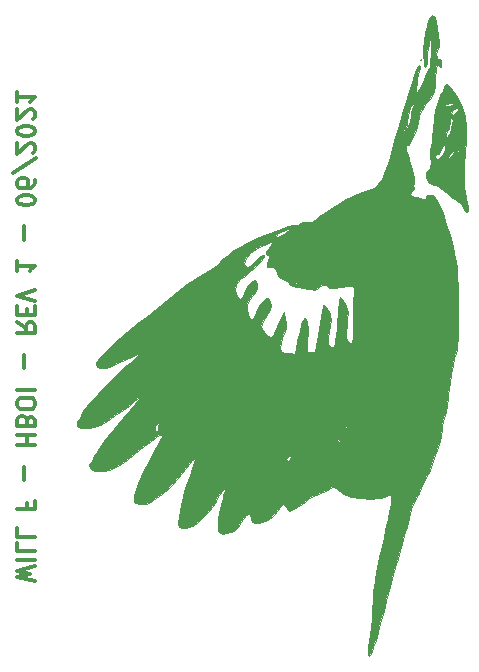
<source format=gbr>
%TF.GenerationSoftware,KiCad,Pcbnew,(5.1.9)-1*%
%TF.CreationDate,2021-06-30T11:02:33-04:00*%
%TF.ProjectId,disco_fish,64697363-6f5f-4666-9973-682e6b696361,rev?*%
%TF.SameCoordinates,Original*%
%TF.FileFunction,Legend,Bot*%
%TF.FilePolarity,Positive*%
%FSLAX46Y46*%
G04 Gerber Fmt 4.6, Leading zero omitted, Abs format (unit mm)*
G04 Created by KiCad (PCBNEW (5.1.9)-1) date 2021-06-30 11:02:33*
%MOMM*%
%LPD*%
G01*
G04 APERTURE LIST*
%ADD10C,0.300000*%
%ADD11C,0.010000*%
G04 APERTURE END LIST*
D10*
X151443428Y-113460000D02*
X149943428Y-113102857D01*
X151014857Y-112817142D01*
X149943428Y-112531428D01*
X151443428Y-112174285D01*
X149943428Y-111602857D02*
X151443428Y-111602857D01*
X149943428Y-110174285D02*
X149943428Y-110888571D01*
X151443428Y-110888571D01*
X149943428Y-108960000D02*
X149943428Y-109674285D01*
X151443428Y-109674285D01*
X150729142Y-106817142D02*
X150729142Y-107317142D01*
X149943428Y-107317142D02*
X151443428Y-107317142D01*
X151443428Y-106602857D01*
X150514857Y-104888571D02*
X150514857Y-103745714D01*
X149943428Y-101888571D02*
X151443428Y-101888571D01*
X150729142Y-101888571D02*
X150729142Y-101031428D01*
X149943428Y-101031428D02*
X151443428Y-101031428D01*
X150729142Y-99817142D02*
X150657714Y-99602857D01*
X150586285Y-99531428D01*
X150443428Y-99460000D01*
X150229142Y-99460000D01*
X150086285Y-99531428D01*
X150014857Y-99602857D01*
X149943428Y-99745714D01*
X149943428Y-100317142D01*
X151443428Y-100317142D01*
X151443428Y-99817142D01*
X151372000Y-99674285D01*
X151300571Y-99602857D01*
X151157714Y-99531428D01*
X151014857Y-99531428D01*
X150872000Y-99602857D01*
X150800571Y-99674285D01*
X150729142Y-99817142D01*
X150729142Y-100317142D01*
X151443428Y-98531428D02*
X151443428Y-98245714D01*
X151372000Y-98102857D01*
X151229142Y-97960000D01*
X150943428Y-97888571D01*
X150443428Y-97888571D01*
X150157714Y-97960000D01*
X150014857Y-98102857D01*
X149943428Y-98245714D01*
X149943428Y-98531428D01*
X150014857Y-98674285D01*
X150157714Y-98817142D01*
X150443428Y-98888571D01*
X150943428Y-98888571D01*
X151229142Y-98817142D01*
X151372000Y-98674285D01*
X151443428Y-98531428D01*
X149943428Y-97245714D02*
X151443428Y-97245714D01*
X150514857Y-95388571D02*
X150514857Y-94245714D01*
X149943428Y-91531428D02*
X150657714Y-92031428D01*
X149943428Y-92388571D02*
X151443428Y-92388571D01*
X151443428Y-91817142D01*
X151372000Y-91674285D01*
X151300571Y-91602857D01*
X151157714Y-91531428D01*
X150943428Y-91531428D01*
X150800571Y-91602857D01*
X150729142Y-91674285D01*
X150657714Y-91817142D01*
X150657714Y-92388571D01*
X150729142Y-90888571D02*
X150729142Y-90388571D01*
X149943428Y-90174285D02*
X149943428Y-90888571D01*
X151443428Y-90888571D01*
X151443428Y-90174285D01*
X151443428Y-89745714D02*
X149943428Y-89245714D01*
X151443428Y-88745714D01*
X149943428Y-86317142D02*
X149943428Y-87174285D01*
X149943428Y-86745714D02*
X151443428Y-86745714D01*
X151229142Y-86888571D01*
X151086285Y-87031428D01*
X151014857Y-87174285D01*
X150514857Y-84531428D02*
X150514857Y-83388571D01*
X151443428Y-81245714D02*
X151443428Y-81102857D01*
X151372000Y-80960000D01*
X151300571Y-80888571D01*
X151157714Y-80817142D01*
X150872000Y-80745714D01*
X150514857Y-80745714D01*
X150229142Y-80817142D01*
X150086285Y-80888571D01*
X150014857Y-80960000D01*
X149943428Y-81102857D01*
X149943428Y-81245714D01*
X150014857Y-81388571D01*
X150086285Y-81460000D01*
X150229142Y-81531428D01*
X150514857Y-81602857D01*
X150872000Y-81602857D01*
X151157714Y-81531428D01*
X151300571Y-81460000D01*
X151372000Y-81388571D01*
X151443428Y-81245714D01*
X151443428Y-79460000D02*
X151443428Y-79745714D01*
X151372000Y-79888571D01*
X151300571Y-79960000D01*
X151086285Y-80102857D01*
X150800571Y-80174285D01*
X150229142Y-80174285D01*
X150086285Y-80102857D01*
X150014857Y-80031428D01*
X149943428Y-79888571D01*
X149943428Y-79602857D01*
X150014857Y-79460000D01*
X150086285Y-79388571D01*
X150229142Y-79317142D01*
X150586285Y-79317142D01*
X150729142Y-79388571D01*
X150800571Y-79460000D01*
X150872000Y-79602857D01*
X150872000Y-79888571D01*
X150800571Y-80031428D01*
X150729142Y-80102857D01*
X150586285Y-80174285D01*
X151514857Y-77602857D02*
X149586285Y-78888571D01*
X151300571Y-77174285D02*
X151372000Y-77102857D01*
X151443428Y-76960000D01*
X151443428Y-76602857D01*
X151372000Y-76460000D01*
X151300571Y-76388571D01*
X151157714Y-76317142D01*
X151014857Y-76317142D01*
X150800571Y-76388571D01*
X149943428Y-77245714D01*
X149943428Y-76317142D01*
X151443428Y-75388571D02*
X151443428Y-75245714D01*
X151372000Y-75102857D01*
X151300571Y-75031428D01*
X151157714Y-74960000D01*
X150872000Y-74888571D01*
X150514857Y-74888571D01*
X150229142Y-74960000D01*
X150086285Y-75031428D01*
X150014857Y-75102857D01*
X149943428Y-75245714D01*
X149943428Y-75388571D01*
X150014857Y-75531428D01*
X150086285Y-75602857D01*
X150229142Y-75674285D01*
X150514857Y-75745714D01*
X150872000Y-75745714D01*
X151157714Y-75674285D01*
X151300571Y-75602857D01*
X151372000Y-75531428D01*
X151443428Y-75388571D01*
X151300571Y-74317142D02*
X151372000Y-74245714D01*
X151443428Y-74102857D01*
X151443428Y-73745714D01*
X151372000Y-73602857D01*
X151300571Y-73531428D01*
X151157714Y-73460000D01*
X151014857Y-73460000D01*
X150800571Y-73531428D01*
X149943428Y-74388571D01*
X149943428Y-73460000D01*
X149943428Y-72031428D02*
X149943428Y-72888571D01*
X149943428Y-72460000D02*
X151443428Y-72460000D01*
X151229142Y-72602857D01*
X151086285Y-72745714D01*
X151014857Y-72888571D01*
D11*
%TO.C,G\u002A\u002A\u002A*%
G36*
X187248775Y-90252720D02*
G01*
X187233600Y-89333951D01*
X187207010Y-88442567D01*
X187169296Y-87618713D01*
X187120749Y-86902537D01*
X187061658Y-86334185D01*
X187026050Y-86106000D01*
X186819594Y-85132949D01*
X186560764Y-84127654D01*
X186270383Y-83158944D01*
X185969276Y-82295646D01*
X185678264Y-81606590D01*
X185643231Y-81535333D01*
X185415647Y-81103592D01*
X185243160Y-80854980D01*
X185078344Y-80740234D01*
X184873774Y-80710093D01*
X184848500Y-80709833D01*
X184580191Y-80741597D01*
X184501357Y-80867170D01*
X184508778Y-80947994D01*
X184497120Y-81116171D01*
X184334818Y-81093285D01*
X184318278Y-81086190D01*
X184037689Y-81003309D01*
X183658151Y-80934625D01*
X183610250Y-80928607D01*
X183257288Y-80832750D01*
X183141439Y-80667683D01*
X183269074Y-80450736D01*
X183396909Y-80348255D01*
X183559980Y-80194144D01*
X183497327Y-80104864D01*
X183492159Y-80102928D01*
X183394332Y-80002597D01*
X183463406Y-79893320D01*
X183523857Y-79686373D01*
X183523918Y-79330077D01*
X183474669Y-78918821D01*
X183387193Y-78546991D01*
X183278160Y-78315496D01*
X183178840Y-78102147D01*
X183084219Y-77756564D01*
X183065306Y-77660500D01*
X182980387Y-77301617D01*
X182883785Y-77045232D01*
X182861250Y-77009848D01*
X182805159Y-76819397D01*
X182848782Y-76617618D01*
X182956902Y-76511702D01*
X183020308Y-76525725D01*
X183123546Y-76496694D01*
X183134000Y-76436572D01*
X183201935Y-76240594D01*
X183372514Y-75938231D01*
X183453819Y-75815654D01*
X183728947Y-75232148D01*
X183873790Y-74522251D01*
X183957775Y-74009042D01*
X184094501Y-73629114D01*
X184335083Y-73261752D01*
X184487898Y-73071923D01*
X184869708Y-72591726D01*
X185108272Y-72216345D01*
X185236315Y-71867429D01*
X185286560Y-71466626D01*
X185293000Y-71144225D01*
X185306730Y-70653716D01*
X185341989Y-70203593D01*
X185372778Y-69990863D01*
X185437692Y-69732521D01*
X185511768Y-69693217D01*
X185622739Y-69816238D01*
X185736938Y-69939603D01*
X185785414Y-69874157D01*
X185796961Y-69614163D01*
X185773362Y-69327144D01*
X185679028Y-69244645D01*
X185610501Y-69260927D01*
X185484243Y-69254574D01*
X185428519Y-69074648D01*
X185420000Y-68840598D01*
X185449673Y-68515548D01*
X185523387Y-68321843D01*
X185547872Y-68304543D01*
X185606615Y-68155208D01*
X185602099Y-67765440D01*
X185548945Y-67246210D01*
X185458284Y-66553512D01*
X185381649Y-66075069D01*
X185307714Y-65772403D01*
X185225153Y-65607040D01*
X185122639Y-65540500D01*
X185044350Y-65532000D01*
X184884020Y-65650794D01*
X184726647Y-65974490D01*
X184581163Y-66454060D01*
X184456500Y-67040477D01*
X184361590Y-67684714D01*
X184305366Y-68337743D01*
X184296762Y-68950536D01*
X184336008Y-69419811D01*
X184399234Y-69767984D01*
X184460283Y-69894915D01*
X184537407Y-69832536D01*
X184554885Y-69802810D01*
X184631175Y-69491030D01*
X184615183Y-69318981D01*
X184600764Y-69081026D01*
X184627568Y-68718068D01*
X184683295Y-68307576D01*
X184755647Y-67927019D01*
X184832325Y-67653867D01*
X184893820Y-67563856D01*
X184925007Y-67681535D01*
X184942532Y-67998233D01*
X184944455Y-68459238D01*
X184937198Y-68785980D01*
X184899801Y-69464237D01*
X184835105Y-69914984D01*
X184739094Y-70163642D01*
X184715138Y-70192005D01*
X184544799Y-70455094D01*
X184449176Y-70716131D01*
X184344337Y-71019652D01*
X184178868Y-71376648D01*
X183994317Y-71710425D01*
X183832235Y-71944290D01*
X183749294Y-72008022D01*
X183712775Y-71895939D01*
X183710634Y-71608665D01*
X183736013Y-71221641D01*
X183782050Y-70810307D01*
X183841886Y-70450101D01*
X183908662Y-70216465D01*
X183913006Y-70207600D01*
X184015218Y-69912250D01*
X183973633Y-69742731D01*
X183909391Y-69723000D01*
X183826396Y-69836307D01*
X183692489Y-70142118D01*
X183528464Y-70589268D01*
X183406144Y-70961250D01*
X182928176Y-72496809D01*
X182503915Y-73893799D01*
X182141157Y-75125824D01*
X181847696Y-76166486D01*
X181661098Y-76870870D01*
X181384527Y-77839319D01*
X181084646Y-78672929D01*
X180774764Y-79343515D01*
X180468191Y-79822895D01*
X180178234Y-80082884D01*
X180135312Y-80101853D01*
X179133983Y-80486827D01*
X178351043Y-80812163D01*
X177761024Y-81089276D01*
X177338458Y-81329585D01*
X177228500Y-81404865D01*
X176821522Y-81684421D01*
X176331673Y-82000160D01*
X176045750Y-82175340D01*
X175640145Y-82435756D01*
X175294914Y-82689442D01*
X175131339Y-82835042D01*
X174853441Y-83021241D01*
X174515417Y-83017034D01*
X174147233Y-83019975D01*
X173978199Y-83135720D01*
X173734899Y-83269475D01*
X173577463Y-83266955D01*
X173301217Y-83278586D01*
X172844391Y-83390657D01*
X172250741Y-83584491D01*
X171564024Y-83841411D01*
X170827997Y-84142741D01*
X170086418Y-84469804D01*
X169383042Y-84803924D01*
X168761627Y-85126424D01*
X168265930Y-85418627D01*
X167939708Y-85661856D01*
X167918511Y-85682348D01*
X167666723Y-85896852D01*
X167431681Y-86065855D01*
X167211639Y-86263063D01*
X167132000Y-86426452D01*
X167027902Y-86561832D01*
X166752363Y-86771164D01*
X166360522Y-87013601D01*
X166274750Y-87061532D01*
X165252205Y-87652317D01*
X164331418Y-88254092D01*
X163438247Y-88920433D01*
X162498551Y-89704917D01*
X161982662Y-90163101D01*
X161586346Y-90499010D01*
X161066861Y-90909568D01*
X160511230Y-91326824D01*
X160268162Y-91501808D01*
X159764765Y-91881312D01*
X159207864Y-92339229D01*
X158630866Y-92843606D01*
X158067178Y-93362492D01*
X157550206Y-93863934D01*
X157113359Y-94315981D01*
X156790043Y-94686680D01*
X156613665Y-94944079D01*
X156591000Y-95018808D01*
X156697308Y-95266239D01*
X156976878Y-95396024D01*
X157370680Y-95393261D01*
X157698069Y-95298289D01*
X158194103Y-95086047D01*
X158803591Y-94811970D01*
X159412944Y-94528096D01*
X159908569Y-94286460D01*
X159924750Y-94278241D01*
X160185784Y-94175328D01*
X160265119Y-94208131D01*
X160173254Y-94346306D01*
X159920691Y-94559509D01*
X159797750Y-94645254D01*
X159438281Y-94920083D01*
X158980695Y-95322161D01*
X158454652Y-95819881D01*
X157889813Y-96381637D01*
X157315839Y-96975820D01*
X156762390Y-97570824D01*
X156259126Y-98135041D01*
X155835708Y-98636865D01*
X155521798Y-99044688D01*
X155347054Y-99326904D01*
X155321000Y-99415804D01*
X155233698Y-99589915D01*
X155130500Y-99695000D01*
X154971992Y-99939378D01*
X154955667Y-100216825D01*
X155073602Y-100397580D01*
X155414087Y-100490821D01*
X155893377Y-100478364D01*
X156424445Y-100370766D01*
X156920264Y-100178585D01*
X156932930Y-100172018D01*
X157521016Y-99835484D01*
X158196485Y-99404159D01*
X158875484Y-98935337D01*
X159474159Y-98486314D01*
X159809044Y-98206859D01*
X160144677Y-97923829D01*
X160316194Y-97819060D01*
X160329215Y-97881857D01*
X160189362Y-98101520D01*
X159902254Y-98467355D01*
X159473512Y-98968662D01*
X159314729Y-99147658D01*
X158864227Y-99652939D01*
X158445361Y-100124892D01*
X158103047Y-100512771D01*
X157882200Y-100765832D01*
X157872404Y-100777239D01*
X157587248Y-101134811D01*
X157266653Y-101575074D01*
X156946258Y-102043847D01*
X156661698Y-102486945D01*
X156448609Y-102850188D01*
X156342630Y-103079392D01*
X156337000Y-103111689D01*
X156245214Y-103324365D01*
X156114750Y-103459334D01*
X155979796Y-103591900D01*
X156011146Y-103715736D01*
X156210000Y-103900510D01*
X156454827Y-104062441D01*
X156737835Y-104123112D01*
X157161124Y-104103481D01*
X157186334Y-104100919D01*
X157730370Y-103987776D01*
X158305782Y-103745814D01*
X158951809Y-103353755D01*
X159707691Y-102790320D01*
X159921367Y-102617785D01*
X160666959Y-102014782D01*
X161241028Y-101567077D01*
X161662269Y-101261644D01*
X161684315Y-101248116D01*
X161684315Y-100782730D01*
X161589246Y-100598071D01*
X161605080Y-100322876D01*
X161720929Y-100089504D01*
X161743031Y-100068920D01*
X161889139Y-99985025D01*
X161923266Y-100092200D01*
X161887875Y-100384104D01*
X161808467Y-100644972D01*
X161716934Y-100782645D01*
X161684315Y-100782730D01*
X161684315Y-101248116D01*
X161949380Y-101085459D01*
X162121057Y-101025499D01*
X162180813Y-101043863D01*
X162175340Y-101202705D01*
X162043683Y-101507974D01*
X161841229Y-101854000D01*
X161501087Y-102432935D01*
X161087720Y-103224240D01*
X160614343Y-104201446D01*
X160094169Y-105338084D01*
X160030201Y-105481752D01*
X159874690Y-105916532D01*
X159790891Y-106321332D01*
X159787047Y-106497752D01*
X159838239Y-106733001D01*
X159971072Y-106849869D01*
X160260989Y-106900593D01*
X160382723Y-106910211D01*
X160825697Y-106894617D01*
X161221676Y-106747761D01*
X161462136Y-106601706D01*
X162212075Y-106023359D01*
X163008798Y-105261214D01*
X163801352Y-104365915D01*
X164130553Y-103949500D01*
X164496581Y-103492210D01*
X164763956Y-103205507D01*
X164916237Y-103105904D01*
X164944253Y-103132292D01*
X164917108Y-103330056D01*
X164813098Y-103702359D01*
X164650527Y-104188245D01*
X164524730Y-104529292D01*
X164308048Y-105155616D01*
X164089014Y-105890480D01*
X163884479Y-106665552D01*
X163711294Y-107412496D01*
X163586308Y-108062978D01*
X163526374Y-108548664D01*
X163524627Y-108585000D01*
X163612046Y-108838424D01*
X163869921Y-108952765D01*
X164254758Y-108925841D01*
X164723063Y-108755468D01*
X164910581Y-108654582D01*
X165249967Y-108403000D01*
X165654906Y-108027363D01*
X166066210Y-107591962D01*
X166424691Y-107161086D01*
X166671163Y-106799028D01*
X166727976Y-106680489D01*
X166852473Y-106419366D01*
X167032953Y-106114639D01*
X167228373Y-105825278D01*
X167397688Y-105610255D01*
X167499853Y-105528543D01*
X167513000Y-105552586D01*
X167478366Y-105777230D01*
X167389504Y-106146230D01*
X167313735Y-106415900D01*
X167071577Y-107335210D01*
X166928332Y-108117556D01*
X166886621Y-108736637D01*
X166949066Y-109166154D01*
X167025379Y-109308055D01*
X167265350Y-109418387D01*
X167625273Y-109395798D01*
X168028723Y-109268458D01*
X168399272Y-109064541D01*
X168660494Y-108812216D01*
X168724768Y-108681643D01*
X168851703Y-108431277D01*
X169067392Y-108134038D01*
X169306321Y-107867905D01*
X169502972Y-107710857D01*
X169552886Y-107696000D01*
X169635760Y-107805576D01*
X169715059Y-108070187D01*
X169717050Y-108079998D01*
X169832736Y-108395730D01*
X170048211Y-108536979D01*
X170411786Y-108523269D01*
X170666647Y-108463750D01*
X171166070Y-108231294D01*
X171687719Y-107788547D01*
X172198498Y-107189912D01*
X172440463Y-106874324D01*
X172686053Y-107177615D01*
X172892982Y-107433161D01*
X172892982Y-103226252D01*
X172763364Y-103217720D01*
X172720000Y-103074088D01*
X172822442Y-102878030D01*
X172910500Y-102824074D01*
X173070242Y-102784387D01*
X173080964Y-102888097D01*
X173023913Y-103050113D01*
X172892982Y-103226252D01*
X172892982Y-107433161D01*
X172931644Y-107480907D01*
X173406566Y-107222422D01*
X173406566Y-94170500D01*
X172909799Y-94139480D01*
X172485031Y-94082699D01*
X172238534Y-93951292D01*
X172154806Y-93706423D01*
X172218345Y-93309255D01*
X172380231Y-92812727D01*
X172557622Y-92277570D01*
X172642000Y-91876724D01*
X172647794Y-91514342D01*
X172615548Y-91249500D01*
X172516159Y-90614500D01*
X172221824Y-91179095D01*
X172006935Y-91640920D01*
X171822815Y-92118390D01*
X171778613Y-92257892D01*
X171610495Y-92650269D01*
X171400864Y-92793190D01*
X171142321Y-92687812D01*
X170875039Y-92399251D01*
X170666312Y-92098921D01*
X170601575Y-91882637D01*
X170657772Y-91643103D01*
X170693415Y-91553930D01*
X170875650Y-91185115D01*
X171116762Y-90778514D01*
X171164982Y-90705719D01*
X171361124Y-90361977D01*
X171405578Y-90081052D01*
X171362024Y-89862128D01*
X171230982Y-89580625D01*
X171069005Y-89439340D01*
X171064497Y-89438390D01*
X170898014Y-89520632D01*
X170671200Y-89770043D01*
X170428244Y-90122291D01*
X170213331Y-90513046D01*
X170070651Y-90877975D01*
X170067340Y-90890118D01*
X169930123Y-91199300D01*
X169760826Y-91259710D01*
X169574922Y-91072088D01*
X169470453Y-90861649D01*
X169344415Y-90404108D01*
X169392932Y-89981991D01*
X169631561Y-89526685D01*
X169834575Y-89255735D01*
X170103972Y-88856906D01*
X170201040Y-88515727D01*
X170197215Y-88350193D01*
X170152292Y-88024150D01*
X170070931Y-87914271D01*
X169895344Y-87983616D01*
X169759548Y-88070423D01*
X169527132Y-88306327D01*
X169285490Y-88677824D01*
X169173498Y-88906070D01*
X169006572Y-89255432D01*
X168865553Y-89483792D01*
X168804870Y-89535000D01*
X168588059Y-89418894D01*
X168445969Y-89104022D01*
X168402000Y-88701710D01*
X168410472Y-88470463D01*
X168458225Y-88282381D01*
X168578770Y-88095527D01*
X168805615Y-87867967D01*
X169172268Y-87557765D01*
X169576750Y-87231556D01*
X170173924Y-86728567D01*
X170576337Y-86334460D01*
X170774296Y-86059068D01*
X170792788Y-85998270D01*
X170806634Y-85802940D01*
X170725429Y-85787498D01*
X170520860Y-85911874D01*
X170226614Y-86151165D01*
X169918879Y-86466612D01*
X169883171Y-86508766D01*
X169604461Y-86755228D01*
X169357747Y-86824552D01*
X169196939Y-86713782D01*
X169164000Y-86548180D01*
X169280097Y-86094584D01*
X169633306Y-85668114D01*
X170231006Y-85260667D01*
X170434123Y-85153439D01*
X170859645Y-84943171D01*
X171191691Y-84786611D01*
X171370513Y-84711733D01*
X171383330Y-84709000D01*
X171458328Y-84794862D01*
X171405978Y-84994639D01*
X171254704Y-85221618D01*
X171196000Y-85280500D01*
X170994575Y-85533380D01*
X170954122Y-85744182D01*
X171082703Y-85849235D01*
X171123635Y-85852000D01*
X171235337Y-85902392D01*
X171230748Y-86093999D01*
X171187135Y-86263912D01*
X171092082Y-86631961D01*
X171080433Y-86811855D01*
X171150207Y-86854659D01*
X171164250Y-86852961D01*
X171563796Y-86848491D01*
X171740343Y-86971784D01*
X171740343Y-84318689D01*
X171741451Y-84250617D01*
X171806088Y-84167518D01*
X172027331Y-83983232D01*
X172357801Y-83787141D01*
X172414067Y-83759524D01*
X172735928Y-83634293D01*
X172970442Y-83591055D01*
X173000525Y-83596009D01*
X172992924Y-83675606D01*
X172816823Y-83823440D01*
X172533865Y-84000269D01*
X172205692Y-84166851D01*
X171942928Y-84269284D01*
X171740343Y-84318689D01*
X171740343Y-86971784D01*
X171797643Y-87011801D01*
X171902276Y-87309284D01*
X172000356Y-87623856D01*
X172191753Y-87775443D01*
X172389890Y-87826514D01*
X172749423Y-87979413D01*
X172916109Y-88178980D01*
X173062021Y-88364693D01*
X173340828Y-88475977D01*
X173545500Y-88508796D01*
X173545500Y-88265000D01*
X173482000Y-88201500D01*
X173545500Y-88138000D01*
X173609000Y-88201500D01*
X173545500Y-88265000D01*
X173545500Y-88508796D01*
X173672500Y-88529161D01*
X174160521Y-88594906D01*
X174631653Y-88672502D01*
X174771849Y-88699812D01*
X175126774Y-88738269D01*
X175370179Y-88647423D01*
X175492674Y-88540327D01*
X175744068Y-88388970D01*
X176018622Y-88351895D01*
X176223585Y-88427907D01*
X176276000Y-88550430D01*
X176388753Y-88619497D01*
X176701019Y-88598051D01*
X176752250Y-88588829D01*
X177314985Y-88499774D01*
X177815592Y-88452506D01*
X178205615Y-88447909D01*
X178436597Y-88486867D01*
X178470087Y-88557479D01*
X178438085Y-88728865D01*
X178410420Y-89110049D01*
X178388911Y-89656843D01*
X178375376Y-90325056D01*
X178371500Y-90952748D01*
X178366154Y-91684486D01*
X178351321Y-92327692D01*
X178328809Y-92839495D01*
X178300425Y-93177021D01*
X178272723Y-93295192D01*
X178123858Y-93289372D01*
X177924302Y-93144747D01*
X177806677Y-93007477D01*
X177743857Y-92848461D01*
X177731159Y-92607117D01*
X177763898Y-92222863D01*
X177818715Y-91779151D01*
X177885743Y-91163125D01*
X177898319Y-90719413D01*
X177855422Y-90372009D01*
X177796958Y-90160781D01*
X177634173Y-89780049D01*
X177450100Y-89512177D01*
X177285347Y-89408732D01*
X177224201Y-89433467D01*
X177193088Y-89575805D01*
X177150165Y-89924004D01*
X177100417Y-90430480D01*
X177048829Y-91047650D01*
X177032706Y-91261314D01*
X176970184Y-92084907D01*
X176916715Y-92688870D01*
X176865109Y-93107054D01*
X176808175Y-93373308D01*
X176738723Y-93521483D01*
X176649563Y-93585429D01*
X176536139Y-93599000D01*
X176315909Y-93518372D01*
X176215160Y-93263937D01*
X176231180Y-92816869D01*
X176340848Y-92244281D01*
X176447756Y-91713380D01*
X176475335Y-91322191D01*
X176427361Y-90970409D01*
X176393735Y-90839164D01*
X176257119Y-90473174D01*
X176089607Y-90187705D01*
X175932104Y-90041198D01*
X175846009Y-90056653D01*
X175812534Y-90192783D01*
X175748065Y-90536071D01*
X175660297Y-91042639D01*
X175556929Y-91668609D01*
X175491926Y-92075000D01*
X175180697Y-94043500D01*
X174807599Y-94043500D01*
X174650621Y-94046274D01*
X174545459Y-94027226D01*
X174484733Y-93945304D01*
X174461067Y-93759457D01*
X174467083Y-93428632D01*
X174495405Y-92911778D01*
X174522316Y-92456000D01*
X174518780Y-91965593D01*
X174458726Y-91548792D01*
X174355898Y-91268928D01*
X174246679Y-91186000D01*
X174167118Y-91241692D01*
X174077252Y-91428068D01*
X173968078Y-91774081D01*
X173830598Y-92308684D01*
X173655809Y-93060830D01*
X173634724Y-93154500D01*
X173406566Y-94170500D01*
X173406566Y-107222422D01*
X173594110Y-107120347D01*
X174010963Y-106873517D01*
X174374117Y-106624587D01*
X174536039Y-106490859D01*
X174832791Y-106286282D01*
X175240659Y-106096708D01*
X175387000Y-106046301D01*
X175818298Y-105885811D01*
X176203536Y-105697560D01*
X176295606Y-105640336D01*
X176572826Y-105464277D01*
X176749454Y-105440321D01*
X176935366Y-105578376D01*
X177064611Y-105709679D01*
X177213752Y-105813379D01*
X177213752Y-101683846D01*
X177165000Y-101663500D01*
X177042742Y-101495262D01*
X177038000Y-101458010D01*
X177116249Y-101389155D01*
X177165000Y-101409500D01*
X177287259Y-101577739D01*
X177292000Y-101614991D01*
X177213752Y-101683846D01*
X177213752Y-105813379D01*
X177531220Y-106034122D01*
X177807496Y-106133339D01*
X177807496Y-100584000D01*
X177678169Y-100491810D01*
X177673000Y-100457000D01*
X177716331Y-100333302D01*
X177729005Y-100330000D01*
X177837434Y-100418994D01*
X177863500Y-100457000D01*
X177853431Y-100574029D01*
X177807496Y-100584000D01*
X177807496Y-106133339D01*
X178194928Y-106272477D01*
X179009809Y-106412504D01*
X179822220Y-106444560D01*
X180547615Y-106402916D01*
X181029511Y-106306997D01*
X181183002Y-106235712D01*
X181419912Y-106095028D01*
X181542032Y-106045000D01*
X181600982Y-106158171D01*
X181607408Y-106455490D01*
X181566153Y-106873668D01*
X181482059Y-107349417D01*
X181423243Y-107597645D01*
X181299704Y-108126813D01*
X181174766Y-108748264D01*
X181099591Y-109180077D01*
X180986586Y-109778258D01*
X180838452Y-110414862D01*
X180730002Y-110807500D01*
X180582125Y-111364296D01*
X180457378Y-111958492D01*
X180408523Y-112268000D01*
X180330392Y-112777902D01*
X180233012Y-113278146D01*
X180186305Y-113474500D01*
X180121340Y-113838856D01*
X180065817Y-114361526D01*
X180029189Y-114946826D01*
X180023163Y-115125500D01*
X179990608Y-115824122D01*
X179932561Y-116598004D01*
X179860991Y-117290235D01*
X179853671Y-117348000D01*
X179775794Y-117950089D01*
X179698167Y-118551364D01*
X179635796Y-119035562D01*
X179628254Y-119094250D01*
X179590066Y-119490388D01*
X179612662Y-119693557D01*
X179704821Y-119759409D01*
X179733461Y-119761000D01*
X179828753Y-119686372D01*
X179945644Y-119447710D01*
X180091933Y-119022853D01*
X180275417Y-118389638D01*
X180459652Y-117697251D01*
X180658523Y-116934501D01*
X180854832Y-116188464D01*
X181031428Y-115523848D01*
X181171157Y-115005361D01*
X181225500Y-114808000D01*
X181391919Y-114204975D01*
X181572261Y-113541081D01*
X181675093Y-113157000D01*
X181836654Y-112569520D01*
X182018858Y-111937659D01*
X182129703Y-111569500D01*
X182251688Y-111153248D01*
X182415204Y-110565275D01*
X182599880Y-109880200D01*
X182679531Y-109576320D01*
X182679531Y-75729759D01*
X182645003Y-75691635D01*
X182641417Y-75628500D01*
X182697348Y-75325407D01*
X182807287Y-75063399D01*
X182914774Y-74781059D01*
X182918802Y-74593934D01*
X182914560Y-74381536D01*
X182979355Y-74043247D01*
X183088265Y-73659462D01*
X183216371Y-73310575D01*
X183338752Y-73076980D01*
X183405136Y-73025000D01*
X183482318Y-73119119D01*
X183455847Y-73247250D01*
X183384808Y-73493666D01*
X183295691Y-73886064D01*
X183240026Y-74168000D01*
X183146780Y-74582563D01*
X183045398Y-74902157D01*
X182986455Y-75017131D01*
X182859513Y-75245814D01*
X182755105Y-75525131D01*
X182679531Y-75729759D01*
X182679531Y-109576320D01*
X182785340Y-109172643D01*
X182805851Y-109093000D01*
X183071553Y-108100165D01*
X183302090Y-107332278D01*
X183506295Y-106764127D01*
X183692999Y-106370500D01*
X183829092Y-106172000D01*
X183969850Y-105931412D01*
X184117385Y-105571874D01*
X184150001Y-105473500D01*
X184291059Y-105102962D01*
X184442480Y-104817627D01*
X184476357Y-104772957D01*
X184563454Y-104640128D01*
X184679026Y-104399211D01*
X184834323Y-104021960D01*
X185040593Y-103480132D01*
X185309083Y-102745483D01*
X185537708Y-102108000D01*
X185806462Y-101214211D01*
X185919711Y-100461523D01*
X185924971Y-100294171D01*
X185980300Y-99841420D01*
X186111100Y-99380711D01*
X186126919Y-99341671D01*
X186225303Y-99007681D01*
X186324039Y-98503871D01*
X186408034Y-97913952D01*
X186441007Y-97599500D01*
X186538135Y-96695588D01*
X186657361Y-95850469D01*
X186790121Y-95110868D01*
X186927851Y-94523505D01*
X187061989Y-94135102D01*
X187083845Y-94092173D01*
X187143260Y-93852183D01*
X187189517Y-93398697D01*
X187222906Y-92771861D01*
X187243718Y-92011821D01*
X187252244Y-91158725D01*
X187248775Y-90252720D01*
G37*
X187248775Y-90252720D02*
X187233600Y-89333951D01*
X187207010Y-88442567D01*
X187169296Y-87618713D01*
X187120749Y-86902537D01*
X187061658Y-86334185D01*
X187026050Y-86106000D01*
X186819594Y-85132949D01*
X186560764Y-84127654D01*
X186270383Y-83158944D01*
X185969276Y-82295646D01*
X185678264Y-81606590D01*
X185643231Y-81535333D01*
X185415647Y-81103592D01*
X185243160Y-80854980D01*
X185078344Y-80740234D01*
X184873774Y-80710093D01*
X184848500Y-80709833D01*
X184580191Y-80741597D01*
X184501357Y-80867170D01*
X184508778Y-80947994D01*
X184497120Y-81116171D01*
X184334818Y-81093285D01*
X184318278Y-81086190D01*
X184037689Y-81003309D01*
X183658151Y-80934625D01*
X183610250Y-80928607D01*
X183257288Y-80832750D01*
X183141439Y-80667683D01*
X183269074Y-80450736D01*
X183396909Y-80348255D01*
X183559980Y-80194144D01*
X183497327Y-80104864D01*
X183492159Y-80102928D01*
X183394332Y-80002597D01*
X183463406Y-79893320D01*
X183523857Y-79686373D01*
X183523918Y-79330077D01*
X183474669Y-78918821D01*
X183387193Y-78546991D01*
X183278160Y-78315496D01*
X183178840Y-78102147D01*
X183084219Y-77756564D01*
X183065306Y-77660500D01*
X182980387Y-77301617D01*
X182883785Y-77045232D01*
X182861250Y-77009848D01*
X182805159Y-76819397D01*
X182848782Y-76617618D01*
X182956902Y-76511702D01*
X183020308Y-76525725D01*
X183123546Y-76496694D01*
X183134000Y-76436572D01*
X183201935Y-76240594D01*
X183372514Y-75938231D01*
X183453819Y-75815654D01*
X183728947Y-75232148D01*
X183873790Y-74522251D01*
X183957775Y-74009042D01*
X184094501Y-73629114D01*
X184335083Y-73261752D01*
X184487898Y-73071923D01*
X184869708Y-72591726D01*
X185108272Y-72216345D01*
X185236315Y-71867429D01*
X185286560Y-71466626D01*
X185293000Y-71144225D01*
X185306730Y-70653716D01*
X185341989Y-70203593D01*
X185372778Y-69990863D01*
X185437692Y-69732521D01*
X185511768Y-69693217D01*
X185622739Y-69816238D01*
X185736938Y-69939603D01*
X185785414Y-69874157D01*
X185796961Y-69614163D01*
X185773362Y-69327144D01*
X185679028Y-69244645D01*
X185610501Y-69260927D01*
X185484243Y-69254574D01*
X185428519Y-69074648D01*
X185420000Y-68840598D01*
X185449673Y-68515548D01*
X185523387Y-68321843D01*
X185547872Y-68304543D01*
X185606615Y-68155208D01*
X185602099Y-67765440D01*
X185548945Y-67246210D01*
X185458284Y-66553512D01*
X185381649Y-66075069D01*
X185307714Y-65772403D01*
X185225153Y-65607040D01*
X185122639Y-65540500D01*
X185044350Y-65532000D01*
X184884020Y-65650794D01*
X184726647Y-65974490D01*
X184581163Y-66454060D01*
X184456500Y-67040477D01*
X184361590Y-67684714D01*
X184305366Y-68337743D01*
X184296762Y-68950536D01*
X184336008Y-69419811D01*
X184399234Y-69767984D01*
X184460283Y-69894915D01*
X184537407Y-69832536D01*
X184554885Y-69802810D01*
X184631175Y-69491030D01*
X184615183Y-69318981D01*
X184600764Y-69081026D01*
X184627568Y-68718068D01*
X184683295Y-68307576D01*
X184755647Y-67927019D01*
X184832325Y-67653867D01*
X184893820Y-67563856D01*
X184925007Y-67681535D01*
X184942532Y-67998233D01*
X184944455Y-68459238D01*
X184937198Y-68785980D01*
X184899801Y-69464237D01*
X184835105Y-69914984D01*
X184739094Y-70163642D01*
X184715138Y-70192005D01*
X184544799Y-70455094D01*
X184449176Y-70716131D01*
X184344337Y-71019652D01*
X184178868Y-71376648D01*
X183994317Y-71710425D01*
X183832235Y-71944290D01*
X183749294Y-72008022D01*
X183712775Y-71895939D01*
X183710634Y-71608665D01*
X183736013Y-71221641D01*
X183782050Y-70810307D01*
X183841886Y-70450101D01*
X183908662Y-70216465D01*
X183913006Y-70207600D01*
X184015218Y-69912250D01*
X183973633Y-69742731D01*
X183909391Y-69723000D01*
X183826396Y-69836307D01*
X183692489Y-70142118D01*
X183528464Y-70589268D01*
X183406144Y-70961250D01*
X182928176Y-72496809D01*
X182503915Y-73893799D01*
X182141157Y-75125824D01*
X181847696Y-76166486D01*
X181661098Y-76870870D01*
X181384527Y-77839319D01*
X181084646Y-78672929D01*
X180774764Y-79343515D01*
X180468191Y-79822895D01*
X180178234Y-80082884D01*
X180135312Y-80101853D01*
X179133983Y-80486827D01*
X178351043Y-80812163D01*
X177761024Y-81089276D01*
X177338458Y-81329585D01*
X177228500Y-81404865D01*
X176821522Y-81684421D01*
X176331673Y-82000160D01*
X176045750Y-82175340D01*
X175640145Y-82435756D01*
X175294914Y-82689442D01*
X175131339Y-82835042D01*
X174853441Y-83021241D01*
X174515417Y-83017034D01*
X174147233Y-83019975D01*
X173978199Y-83135720D01*
X173734899Y-83269475D01*
X173577463Y-83266955D01*
X173301217Y-83278586D01*
X172844391Y-83390657D01*
X172250741Y-83584491D01*
X171564024Y-83841411D01*
X170827997Y-84142741D01*
X170086418Y-84469804D01*
X169383042Y-84803924D01*
X168761627Y-85126424D01*
X168265930Y-85418627D01*
X167939708Y-85661856D01*
X167918511Y-85682348D01*
X167666723Y-85896852D01*
X167431681Y-86065855D01*
X167211639Y-86263063D01*
X167132000Y-86426452D01*
X167027902Y-86561832D01*
X166752363Y-86771164D01*
X166360522Y-87013601D01*
X166274750Y-87061532D01*
X165252205Y-87652317D01*
X164331418Y-88254092D01*
X163438247Y-88920433D01*
X162498551Y-89704917D01*
X161982662Y-90163101D01*
X161586346Y-90499010D01*
X161066861Y-90909568D01*
X160511230Y-91326824D01*
X160268162Y-91501808D01*
X159764765Y-91881312D01*
X159207864Y-92339229D01*
X158630866Y-92843606D01*
X158067178Y-93362492D01*
X157550206Y-93863934D01*
X157113359Y-94315981D01*
X156790043Y-94686680D01*
X156613665Y-94944079D01*
X156591000Y-95018808D01*
X156697308Y-95266239D01*
X156976878Y-95396024D01*
X157370680Y-95393261D01*
X157698069Y-95298289D01*
X158194103Y-95086047D01*
X158803591Y-94811970D01*
X159412944Y-94528096D01*
X159908569Y-94286460D01*
X159924750Y-94278241D01*
X160185784Y-94175328D01*
X160265119Y-94208131D01*
X160173254Y-94346306D01*
X159920691Y-94559509D01*
X159797750Y-94645254D01*
X159438281Y-94920083D01*
X158980695Y-95322161D01*
X158454652Y-95819881D01*
X157889813Y-96381637D01*
X157315839Y-96975820D01*
X156762390Y-97570824D01*
X156259126Y-98135041D01*
X155835708Y-98636865D01*
X155521798Y-99044688D01*
X155347054Y-99326904D01*
X155321000Y-99415804D01*
X155233698Y-99589915D01*
X155130500Y-99695000D01*
X154971992Y-99939378D01*
X154955667Y-100216825D01*
X155073602Y-100397580D01*
X155414087Y-100490821D01*
X155893377Y-100478364D01*
X156424445Y-100370766D01*
X156920264Y-100178585D01*
X156932930Y-100172018D01*
X157521016Y-99835484D01*
X158196485Y-99404159D01*
X158875484Y-98935337D01*
X159474159Y-98486314D01*
X159809044Y-98206859D01*
X160144677Y-97923829D01*
X160316194Y-97819060D01*
X160329215Y-97881857D01*
X160189362Y-98101520D01*
X159902254Y-98467355D01*
X159473512Y-98968662D01*
X159314729Y-99147658D01*
X158864227Y-99652939D01*
X158445361Y-100124892D01*
X158103047Y-100512771D01*
X157882200Y-100765832D01*
X157872404Y-100777239D01*
X157587248Y-101134811D01*
X157266653Y-101575074D01*
X156946258Y-102043847D01*
X156661698Y-102486945D01*
X156448609Y-102850188D01*
X156342630Y-103079392D01*
X156337000Y-103111689D01*
X156245214Y-103324365D01*
X156114750Y-103459334D01*
X155979796Y-103591900D01*
X156011146Y-103715736D01*
X156210000Y-103900510D01*
X156454827Y-104062441D01*
X156737835Y-104123112D01*
X157161124Y-104103481D01*
X157186334Y-104100919D01*
X157730370Y-103987776D01*
X158305782Y-103745814D01*
X158951809Y-103353755D01*
X159707691Y-102790320D01*
X159921367Y-102617785D01*
X160666959Y-102014782D01*
X161241028Y-101567077D01*
X161662269Y-101261644D01*
X161684315Y-101248116D01*
X161684315Y-100782730D01*
X161589246Y-100598071D01*
X161605080Y-100322876D01*
X161720929Y-100089504D01*
X161743031Y-100068920D01*
X161889139Y-99985025D01*
X161923266Y-100092200D01*
X161887875Y-100384104D01*
X161808467Y-100644972D01*
X161716934Y-100782645D01*
X161684315Y-100782730D01*
X161684315Y-101248116D01*
X161949380Y-101085459D01*
X162121057Y-101025499D01*
X162180813Y-101043863D01*
X162175340Y-101202705D01*
X162043683Y-101507974D01*
X161841229Y-101854000D01*
X161501087Y-102432935D01*
X161087720Y-103224240D01*
X160614343Y-104201446D01*
X160094169Y-105338084D01*
X160030201Y-105481752D01*
X159874690Y-105916532D01*
X159790891Y-106321332D01*
X159787047Y-106497752D01*
X159838239Y-106733001D01*
X159971072Y-106849869D01*
X160260989Y-106900593D01*
X160382723Y-106910211D01*
X160825697Y-106894617D01*
X161221676Y-106747761D01*
X161462136Y-106601706D01*
X162212075Y-106023359D01*
X163008798Y-105261214D01*
X163801352Y-104365915D01*
X164130553Y-103949500D01*
X164496581Y-103492210D01*
X164763956Y-103205507D01*
X164916237Y-103105904D01*
X164944253Y-103132292D01*
X164917108Y-103330056D01*
X164813098Y-103702359D01*
X164650527Y-104188245D01*
X164524730Y-104529292D01*
X164308048Y-105155616D01*
X164089014Y-105890480D01*
X163884479Y-106665552D01*
X163711294Y-107412496D01*
X163586308Y-108062978D01*
X163526374Y-108548664D01*
X163524627Y-108585000D01*
X163612046Y-108838424D01*
X163869921Y-108952765D01*
X164254758Y-108925841D01*
X164723063Y-108755468D01*
X164910581Y-108654582D01*
X165249967Y-108403000D01*
X165654906Y-108027363D01*
X166066210Y-107591962D01*
X166424691Y-107161086D01*
X166671163Y-106799028D01*
X166727976Y-106680489D01*
X166852473Y-106419366D01*
X167032953Y-106114639D01*
X167228373Y-105825278D01*
X167397688Y-105610255D01*
X167499853Y-105528543D01*
X167513000Y-105552586D01*
X167478366Y-105777230D01*
X167389504Y-106146230D01*
X167313735Y-106415900D01*
X167071577Y-107335210D01*
X166928332Y-108117556D01*
X166886621Y-108736637D01*
X166949066Y-109166154D01*
X167025379Y-109308055D01*
X167265350Y-109418387D01*
X167625273Y-109395798D01*
X168028723Y-109268458D01*
X168399272Y-109064541D01*
X168660494Y-108812216D01*
X168724768Y-108681643D01*
X168851703Y-108431277D01*
X169067392Y-108134038D01*
X169306321Y-107867905D01*
X169502972Y-107710857D01*
X169552886Y-107696000D01*
X169635760Y-107805576D01*
X169715059Y-108070187D01*
X169717050Y-108079998D01*
X169832736Y-108395730D01*
X170048211Y-108536979D01*
X170411786Y-108523269D01*
X170666647Y-108463750D01*
X171166070Y-108231294D01*
X171687719Y-107788547D01*
X172198498Y-107189912D01*
X172440463Y-106874324D01*
X172686053Y-107177615D01*
X172892982Y-107433161D01*
X172892982Y-103226252D01*
X172763364Y-103217720D01*
X172720000Y-103074088D01*
X172822442Y-102878030D01*
X172910500Y-102824074D01*
X173070242Y-102784387D01*
X173080964Y-102888097D01*
X173023913Y-103050113D01*
X172892982Y-103226252D01*
X172892982Y-107433161D01*
X172931644Y-107480907D01*
X173406566Y-107222422D01*
X173406566Y-94170500D01*
X172909799Y-94139480D01*
X172485031Y-94082699D01*
X172238534Y-93951292D01*
X172154806Y-93706423D01*
X172218345Y-93309255D01*
X172380231Y-92812727D01*
X172557622Y-92277570D01*
X172642000Y-91876724D01*
X172647794Y-91514342D01*
X172615548Y-91249500D01*
X172516159Y-90614500D01*
X172221824Y-91179095D01*
X172006935Y-91640920D01*
X171822815Y-92118390D01*
X171778613Y-92257892D01*
X171610495Y-92650269D01*
X171400864Y-92793190D01*
X171142321Y-92687812D01*
X170875039Y-92399251D01*
X170666312Y-92098921D01*
X170601575Y-91882637D01*
X170657772Y-91643103D01*
X170693415Y-91553930D01*
X170875650Y-91185115D01*
X171116762Y-90778514D01*
X171164982Y-90705719D01*
X171361124Y-90361977D01*
X171405578Y-90081052D01*
X171362024Y-89862128D01*
X171230982Y-89580625D01*
X171069005Y-89439340D01*
X171064497Y-89438390D01*
X170898014Y-89520632D01*
X170671200Y-89770043D01*
X170428244Y-90122291D01*
X170213331Y-90513046D01*
X170070651Y-90877975D01*
X170067340Y-90890118D01*
X169930123Y-91199300D01*
X169760826Y-91259710D01*
X169574922Y-91072088D01*
X169470453Y-90861649D01*
X169344415Y-90404108D01*
X169392932Y-89981991D01*
X169631561Y-89526685D01*
X169834575Y-89255735D01*
X170103972Y-88856906D01*
X170201040Y-88515727D01*
X170197215Y-88350193D01*
X170152292Y-88024150D01*
X170070931Y-87914271D01*
X169895344Y-87983616D01*
X169759548Y-88070423D01*
X169527132Y-88306327D01*
X169285490Y-88677824D01*
X169173498Y-88906070D01*
X169006572Y-89255432D01*
X168865553Y-89483792D01*
X168804870Y-89535000D01*
X168588059Y-89418894D01*
X168445969Y-89104022D01*
X168402000Y-88701710D01*
X168410472Y-88470463D01*
X168458225Y-88282381D01*
X168578770Y-88095527D01*
X168805615Y-87867967D01*
X169172268Y-87557765D01*
X169576750Y-87231556D01*
X170173924Y-86728567D01*
X170576337Y-86334460D01*
X170774296Y-86059068D01*
X170792788Y-85998270D01*
X170806634Y-85802940D01*
X170725429Y-85787498D01*
X170520860Y-85911874D01*
X170226614Y-86151165D01*
X169918879Y-86466612D01*
X169883171Y-86508766D01*
X169604461Y-86755228D01*
X169357747Y-86824552D01*
X169196939Y-86713782D01*
X169164000Y-86548180D01*
X169280097Y-86094584D01*
X169633306Y-85668114D01*
X170231006Y-85260667D01*
X170434123Y-85153439D01*
X170859645Y-84943171D01*
X171191691Y-84786611D01*
X171370513Y-84711733D01*
X171383330Y-84709000D01*
X171458328Y-84794862D01*
X171405978Y-84994639D01*
X171254704Y-85221618D01*
X171196000Y-85280500D01*
X170994575Y-85533380D01*
X170954122Y-85744182D01*
X171082703Y-85849235D01*
X171123635Y-85852000D01*
X171235337Y-85902392D01*
X171230748Y-86093999D01*
X171187135Y-86263912D01*
X171092082Y-86631961D01*
X171080433Y-86811855D01*
X171150207Y-86854659D01*
X171164250Y-86852961D01*
X171563796Y-86848491D01*
X171740343Y-86971784D01*
X171740343Y-84318689D01*
X171741451Y-84250617D01*
X171806088Y-84167518D01*
X172027331Y-83983232D01*
X172357801Y-83787141D01*
X172414067Y-83759524D01*
X172735928Y-83634293D01*
X172970442Y-83591055D01*
X173000525Y-83596009D01*
X172992924Y-83675606D01*
X172816823Y-83823440D01*
X172533865Y-84000269D01*
X172205692Y-84166851D01*
X171942928Y-84269284D01*
X171740343Y-84318689D01*
X171740343Y-86971784D01*
X171797643Y-87011801D01*
X171902276Y-87309284D01*
X172000356Y-87623856D01*
X172191753Y-87775443D01*
X172389890Y-87826514D01*
X172749423Y-87979413D01*
X172916109Y-88178980D01*
X173062021Y-88364693D01*
X173340828Y-88475977D01*
X173545500Y-88508796D01*
X173545500Y-88265000D01*
X173482000Y-88201500D01*
X173545500Y-88138000D01*
X173609000Y-88201500D01*
X173545500Y-88265000D01*
X173545500Y-88508796D01*
X173672500Y-88529161D01*
X174160521Y-88594906D01*
X174631653Y-88672502D01*
X174771849Y-88699812D01*
X175126774Y-88738269D01*
X175370179Y-88647423D01*
X175492674Y-88540327D01*
X175744068Y-88388970D01*
X176018622Y-88351895D01*
X176223585Y-88427907D01*
X176276000Y-88550430D01*
X176388753Y-88619497D01*
X176701019Y-88598051D01*
X176752250Y-88588829D01*
X177314985Y-88499774D01*
X177815592Y-88452506D01*
X178205615Y-88447909D01*
X178436597Y-88486867D01*
X178470087Y-88557479D01*
X178438085Y-88728865D01*
X178410420Y-89110049D01*
X178388911Y-89656843D01*
X178375376Y-90325056D01*
X178371500Y-90952748D01*
X178366154Y-91684486D01*
X178351321Y-92327692D01*
X178328809Y-92839495D01*
X178300425Y-93177021D01*
X178272723Y-93295192D01*
X178123858Y-93289372D01*
X177924302Y-93144747D01*
X177806677Y-93007477D01*
X177743857Y-92848461D01*
X177731159Y-92607117D01*
X177763898Y-92222863D01*
X177818715Y-91779151D01*
X177885743Y-91163125D01*
X177898319Y-90719413D01*
X177855422Y-90372009D01*
X177796958Y-90160781D01*
X177634173Y-89780049D01*
X177450100Y-89512177D01*
X177285347Y-89408732D01*
X177224201Y-89433467D01*
X177193088Y-89575805D01*
X177150165Y-89924004D01*
X177100417Y-90430480D01*
X177048829Y-91047650D01*
X177032706Y-91261314D01*
X176970184Y-92084907D01*
X176916715Y-92688870D01*
X176865109Y-93107054D01*
X176808175Y-93373308D01*
X176738723Y-93521483D01*
X176649563Y-93585429D01*
X176536139Y-93599000D01*
X176315909Y-93518372D01*
X176215160Y-93263937D01*
X176231180Y-92816869D01*
X176340848Y-92244281D01*
X176447756Y-91713380D01*
X176475335Y-91322191D01*
X176427361Y-90970409D01*
X176393735Y-90839164D01*
X176257119Y-90473174D01*
X176089607Y-90187705D01*
X175932104Y-90041198D01*
X175846009Y-90056653D01*
X175812534Y-90192783D01*
X175748065Y-90536071D01*
X175660297Y-91042639D01*
X175556929Y-91668609D01*
X175491926Y-92075000D01*
X175180697Y-94043500D01*
X174807599Y-94043500D01*
X174650621Y-94046274D01*
X174545459Y-94027226D01*
X174484733Y-93945304D01*
X174461067Y-93759457D01*
X174467083Y-93428632D01*
X174495405Y-92911778D01*
X174522316Y-92456000D01*
X174518780Y-91965593D01*
X174458726Y-91548792D01*
X174355898Y-91268928D01*
X174246679Y-91186000D01*
X174167118Y-91241692D01*
X174077252Y-91428068D01*
X173968078Y-91774081D01*
X173830598Y-92308684D01*
X173655809Y-93060830D01*
X173634724Y-93154500D01*
X173406566Y-94170500D01*
X173406566Y-107222422D01*
X173594110Y-107120347D01*
X174010963Y-106873517D01*
X174374117Y-106624587D01*
X174536039Y-106490859D01*
X174832791Y-106286282D01*
X175240659Y-106096708D01*
X175387000Y-106046301D01*
X175818298Y-105885811D01*
X176203536Y-105697560D01*
X176295606Y-105640336D01*
X176572826Y-105464277D01*
X176749454Y-105440321D01*
X176935366Y-105578376D01*
X177064611Y-105709679D01*
X177213752Y-105813379D01*
X177213752Y-101683846D01*
X177165000Y-101663500D01*
X177042742Y-101495262D01*
X177038000Y-101458010D01*
X177116249Y-101389155D01*
X177165000Y-101409500D01*
X177287259Y-101577739D01*
X177292000Y-101614991D01*
X177213752Y-101683846D01*
X177213752Y-105813379D01*
X177531220Y-106034122D01*
X177807496Y-106133339D01*
X177807496Y-100584000D01*
X177678169Y-100491810D01*
X177673000Y-100457000D01*
X177716331Y-100333302D01*
X177729005Y-100330000D01*
X177837434Y-100418994D01*
X177863500Y-100457000D01*
X177853431Y-100574029D01*
X177807496Y-100584000D01*
X177807496Y-106133339D01*
X178194928Y-106272477D01*
X179009809Y-106412504D01*
X179822220Y-106444560D01*
X180547615Y-106402916D01*
X181029511Y-106306997D01*
X181183002Y-106235712D01*
X181419912Y-106095028D01*
X181542032Y-106045000D01*
X181600982Y-106158171D01*
X181607408Y-106455490D01*
X181566153Y-106873668D01*
X181482059Y-107349417D01*
X181423243Y-107597645D01*
X181299704Y-108126813D01*
X181174766Y-108748264D01*
X181099591Y-109180077D01*
X180986586Y-109778258D01*
X180838452Y-110414862D01*
X180730002Y-110807500D01*
X180582125Y-111364296D01*
X180457378Y-111958492D01*
X180408523Y-112268000D01*
X180330392Y-112777902D01*
X180233012Y-113278146D01*
X180186305Y-113474500D01*
X180121340Y-113838856D01*
X180065817Y-114361526D01*
X180029189Y-114946826D01*
X180023163Y-115125500D01*
X179990608Y-115824122D01*
X179932561Y-116598004D01*
X179860991Y-117290235D01*
X179853671Y-117348000D01*
X179775794Y-117950089D01*
X179698167Y-118551364D01*
X179635796Y-119035562D01*
X179628254Y-119094250D01*
X179590066Y-119490388D01*
X179612662Y-119693557D01*
X179704821Y-119759409D01*
X179733461Y-119761000D01*
X179828753Y-119686372D01*
X179945644Y-119447710D01*
X180091933Y-119022853D01*
X180275417Y-118389638D01*
X180459652Y-117697251D01*
X180658523Y-116934501D01*
X180854832Y-116188464D01*
X181031428Y-115523848D01*
X181171157Y-115005361D01*
X181225500Y-114808000D01*
X181391919Y-114204975D01*
X181572261Y-113541081D01*
X181675093Y-113157000D01*
X181836654Y-112569520D01*
X182018858Y-111937659D01*
X182129703Y-111569500D01*
X182251688Y-111153248D01*
X182415204Y-110565275D01*
X182599880Y-109880200D01*
X182679531Y-109576320D01*
X182679531Y-75729759D01*
X182645003Y-75691635D01*
X182641417Y-75628500D01*
X182697348Y-75325407D01*
X182807287Y-75063399D01*
X182914774Y-74781059D01*
X182918802Y-74593934D01*
X182914560Y-74381536D01*
X182979355Y-74043247D01*
X183088265Y-73659462D01*
X183216371Y-73310575D01*
X183338752Y-73076980D01*
X183405136Y-73025000D01*
X183482318Y-73119119D01*
X183455847Y-73247250D01*
X183384808Y-73493666D01*
X183295691Y-73886064D01*
X183240026Y-74168000D01*
X183146780Y-74582563D01*
X183045398Y-74902157D01*
X182986455Y-75017131D01*
X182859513Y-75245814D01*
X182755105Y-75525131D01*
X182679531Y-75729759D01*
X182679531Y-109576320D01*
X182785340Y-109172643D01*
X182805851Y-109093000D01*
X183071553Y-108100165D01*
X183302090Y-107332278D01*
X183506295Y-106764127D01*
X183692999Y-106370500D01*
X183829092Y-106172000D01*
X183969850Y-105931412D01*
X184117385Y-105571874D01*
X184150001Y-105473500D01*
X184291059Y-105102962D01*
X184442480Y-104817627D01*
X184476357Y-104772957D01*
X184563454Y-104640128D01*
X184679026Y-104399211D01*
X184834323Y-104021960D01*
X185040593Y-103480132D01*
X185309083Y-102745483D01*
X185537708Y-102108000D01*
X185806462Y-101214211D01*
X185919711Y-100461523D01*
X185924971Y-100294171D01*
X185980300Y-99841420D01*
X186111100Y-99380711D01*
X186126919Y-99341671D01*
X186225303Y-99007681D01*
X186324039Y-98503871D01*
X186408034Y-97913952D01*
X186441007Y-97599500D01*
X186538135Y-96695588D01*
X186657361Y-95850469D01*
X186790121Y-95110868D01*
X186927851Y-94523505D01*
X187061989Y-94135102D01*
X187083845Y-94092173D01*
X187143260Y-93852183D01*
X187189517Y-93398697D01*
X187222906Y-92771861D01*
X187243718Y-92011821D01*
X187252244Y-91158725D01*
X187248775Y-90252720D01*
G36*
X184086500Y-69215000D02*
G01*
X184023000Y-69278500D01*
X184086500Y-69342000D01*
X184150000Y-69278500D01*
X184086500Y-69215000D01*
G37*
X184086500Y-69215000D02*
X184023000Y-69278500D01*
X184086500Y-69342000D01*
X184150000Y-69278500D01*
X184086500Y-69215000D01*
G36*
X188059795Y-81772853D02*
G01*
X187988924Y-81398529D01*
X187902698Y-81002131D01*
X187804315Y-80514829D01*
X187742855Y-80036476D01*
X187717350Y-79513528D01*
X187726828Y-78892442D01*
X187770322Y-78119674D01*
X187835311Y-77279500D01*
X187911716Y-76000092D01*
X187903366Y-74925933D01*
X187801794Y-74019999D01*
X187598532Y-73245265D01*
X187285115Y-72564709D01*
X186853074Y-71941306D01*
X186531250Y-71577047D01*
X186308122Y-71361354D01*
X186205093Y-71327252D01*
X186182000Y-71440706D01*
X186100189Y-71717376D01*
X185983107Y-71891275D01*
X185742552Y-72276726D01*
X185518198Y-72854418D01*
X185326381Y-73562596D01*
X185183439Y-74339500D01*
X185105706Y-75123373D01*
X185101134Y-75225416D01*
X185067846Y-75776363D01*
X185016768Y-76239171D01*
X184956157Y-76549794D01*
X184919313Y-76635690D01*
X184848599Y-76876636D01*
X184884681Y-77317008D01*
X184908266Y-77450306D01*
X184973964Y-78023539D01*
X184909729Y-78410030D01*
X184709468Y-78644804D01*
X184699328Y-78651061D01*
X184566557Y-78830992D01*
X184566254Y-79157917D01*
X184643962Y-79499146D01*
X184775574Y-79734883D01*
X185047077Y-79836320D01*
X185153885Y-79848038D01*
X185420000Y-79929971D01*
X185420000Y-79629000D01*
X185315465Y-79582533D01*
X185335334Y-79544334D01*
X185485367Y-79529204D01*
X185485367Y-77724000D01*
X185328060Y-77618396D01*
X185293000Y-77473986D01*
X185354529Y-77292044D01*
X185483500Y-77297074D01*
X185648959Y-77279735D01*
X185676824Y-77197838D01*
X185752328Y-76981777D01*
X185928000Y-76708000D01*
X186097977Y-76506435D01*
X186165970Y-76498779D01*
X186178702Y-76644500D01*
X186112059Y-76943228D01*
X185944325Y-77278972D01*
X185730774Y-77565675D01*
X185526676Y-77717279D01*
X185485367Y-77724000D01*
X185485367Y-79529204D01*
X185486053Y-79529134D01*
X185504667Y-79544334D01*
X185487234Y-79619835D01*
X185420000Y-79629000D01*
X185420000Y-79929971D01*
X185556259Y-79971924D01*
X185988960Y-80297748D01*
X186078934Y-80385051D01*
X186278451Y-80566765D01*
X186278451Y-75819000D01*
X186189478Y-75727873D01*
X186231954Y-75506904D01*
X186376540Y-75254977D01*
X186469552Y-75043126D01*
X186469552Y-73225622D01*
X186240023Y-73195825D01*
X186097494Y-73125882D01*
X186137954Y-73068717D01*
X186391454Y-72995448D01*
X186467750Y-72976947D01*
X186717041Y-72952050D01*
X186817000Y-73008993D01*
X186710796Y-73155251D01*
X186469552Y-73225622D01*
X186469552Y-75043126D01*
X186508371Y-74954708D01*
X186563000Y-74580732D01*
X186596689Y-74288906D01*
X186695673Y-74235386D01*
X186703682Y-74239956D01*
X186784826Y-74419113D01*
X186784826Y-73972560D01*
X186702503Y-73963779D01*
X186690000Y-73806517D01*
X186781276Y-73565323D01*
X186890888Y-73483088D01*
X187203325Y-73405603D01*
X187316217Y-73467584D01*
X187219937Y-73639838D01*
X187003510Y-73824679D01*
X186784826Y-73972560D01*
X186784826Y-74419113D01*
X186786634Y-74423105D01*
X186776141Y-74748021D01*
X186694448Y-75132091D01*
X186563803Y-75492700D01*
X186406455Y-75747237D01*
X186278451Y-75819000D01*
X186278451Y-80566765D01*
X186403410Y-80680575D01*
X186508572Y-80758910D01*
X186508572Y-77597000D01*
X186434930Y-77511150D01*
X186489940Y-77317636D01*
X186617429Y-77143429D01*
X186836922Y-76976215D01*
X186937380Y-77031219D01*
X186944000Y-77098072D01*
X186862769Y-77285067D01*
X186687044Y-77490074D01*
X186518780Y-77596272D01*
X186508572Y-77597000D01*
X186508572Y-80758910D01*
X186694680Y-80897544D01*
X186826351Y-80965468D01*
X186974364Y-81047115D01*
X186974364Y-77795918D01*
X186954027Y-77671084D01*
X186977377Y-77506363D01*
X187020730Y-77504396D01*
X187051047Y-77674372D01*
X187030756Y-77747813D01*
X186974364Y-77795918D01*
X186974364Y-81047115D01*
X187026492Y-81075871D01*
X187071000Y-81153000D01*
X187175235Y-81276517D01*
X187311342Y-81339166D01*
X187321015Y-81346559D01*
X187321015Y-77216000D01*
X187211859Y-77113075D01*
X187198000Y-77025500D01*
X187225172Y-76856056D01*
X187247913Y-76835000D01*
X187329803Y-76934309D01*
X187370927Y-77025500D01*
X187373567Y-77189033D01*
X187321015Y-77216000D01*
X187321015Y-81346559D01*
X187527536Y-81504413D01*
X187707750Y-81792224D01*
X187861344Y-82066705D01*
X187999846Y-82166428D01*
X188080415Y-82069460D01*
X188087000Y-81986381D01*
X188059795Y-81772853D01*
G37*
X188059795Y-81772853D02*
X187988924Y-81398529D01*
X187902698Y-81002131D01*
X187804315Y-80514829D01*
X187742855Y-80036476D01*
X187717350Y-79513528D01*
X187726828Y-78892442D01*
X187770322Y-78119674D01*
X187835311Y-77279500D01*
X187911716Y-76000092D01*
X187903366Y-74925933D01*
X187801794Y-74019999D01*
X187598532Y-73245265D01*
X187285115Y-72564709D01*
X186853074Y-71941306D01*
X186531250Y-71577047D01*
X186308122Y-71361354D01*
X186205093Y-71327252D01*
X186182000Y-71440706D01*
X186100189Y-71717376D01*
X185983107Y-71891275D01*
X185742552Y-72276726D01*
X185518198Y-72854418D01*
X185326381Y-73562596D01*
X185183439Y-74339500D01*
X185105706Y-75123373D01*
X185101134Y-75225416D01*
X185067846Y-75776363D01*
X185016768Y-76239171D01*
X184956157Y-76549794D01*
X184919313Y-76635690D01*
X184848599Y-76876636D01*
X184884681Y-77317008D01*
X184908266Y-77450306D01*
X184973964Y-78023539D01*
X184909729Y-78410030D01*
X184709468Y-78644804D01*
X184699328Y-78651061D01*
X184566557Y-78830992D01*
X184566254Y-79157917D01*
X184643962Y-79499146D01*
X184775574Y-79734883D01*
X185047077Y-79836320D01*
X185153885Y-79848038D01*
X185420000Y-79929971D01*
X185420000Y-79629000D01*
X185315465Y-79582533D01*
X185335334Y-79544334D01*
X185485367Y-79529204D01*
X185485367Y-77724000D01*
X185328060Y-77618396D01*
X185293000Y-77473986D01*
X185354529Y-77292044D01*
X185483500Y-77297074D01*
X185648959Y-77279735D01*
X185676824Y-77197838D01*
X185752328Y-76981777D01*
X185928000Y-76708000D01*
X186097977Y-76506435D01*
X186165970Y-76498779D01*
X186178702Y-76644500D01*
X186112059Y-76943228D01*
X185944325Y-77278972D01*
X185730774Y-77565675D01*
X185526676Y-77717279D01*
X185485367Y-77724000D01*
X185485367Y-79529204D01*
X185486053Y-79529134D01*
X185504667Y-79544334D01*
X185487234Y-79619835D01*
X185420000Y-79629000D01*
X185420000Y-79929971D01*
X185556259Y-79971924D01*
X185988960Y-80297748D01*
X186078934Y-80385051D01*
X186278451Y-80566765D01*
X186278451Y-75819000D01*
X186189478Y-75727873D01*
X186231954Y-75506904D01*
X186376540Y-75254977D01*
X186469552Y-75043126D01*
X186469552Y-73225622D01*
X186240023Y-73195825D01*
X186097494Y-73125882D01*
X186137954Y-73068717D01*
X186391454Y-72995448D01*
X186467750Y-72976947D01*
X186717041Y-72952050D01*
X186817000Y-73008993D01*
X186710796Y-73155251D01*
X186469552Y-73225622D01*
X186469552Y-75043126D01*
X186508371Y-74954708D01*
X186563000Y-74580732D01*
X186596689Y-74288906D01*
X186695673Y-74235386D01*
X186703682Y-74239956D01*
X186784826Y-74419113D01*
X186784826Y-73972560D01*
X186702503Y-73963779D01*
X186690000Y-73806517D01*
X186781276Y-73565323D01*
X186890888Y-73483088D01*
X187203325Y-73405603D01*
X187316217Y-73467584D01*
X187219937Y-73639838D01*
X187003510Y-73824679D01*
X186784826Y-73972560D01*
X186784826Y-74419113D01*
X186786634Y-74423105D01*
X186776141Y-74748021D01*
X186694448Y-75132091D01*
X186563803Y-75492700D01*
X186406455Y-75747237D01*
X186278451Y-75819000D01*
X186278451Y-80566765D01*
X186403410Y-80680575D01*
X186508572Y-80758910D01*
X186508572Y-77597000D01*
X186434930Y-77511150D01*
X186489940Y-77317636D01*
X186617429Y-77143429D01*
X186836922Y-76976215D01*
X186937380Y-77031219D01*
X186944000Y-77098072D01*
X186862769Y-77285067D01*
X186687044Y-77490074D01*
X186518780Y-77596272D01*
X186508572Y-77597000D01*
X186508572Y-80758910D01*
X186694680Y-80897544D01*
X186826351Y-80965468D01*
X186974364Y-81047115D01*
X186974364Y-77795918D01*
X186954027Y-77671084D01*
X186977377Y-77506363D01*
X187020730Y-77504396D01*
X187051047Y-77674372D01*
X187030756Y-77747813D01*
X186974364Y-77795918D01*
X186974364Y-81047115D01*
X187026492Y-81075871D01*
X187071000Y-81153000D01*
X187175235Y-81276517D01*
X187311342Y-81339166D01*
X187321015Y-81346559D01*
X187321015Y-77216000D01*
X187211859Y-77113075D01*
X187198000Y-77025500D01*
X187225172Y-76856056D01*
X187247913Y-76835000D01*
X187329803Y-76934309D01*
X187370927Y-77025500D01*
X187373567Y-77189033D01*
X187321015Y-77216000D01*
X187321015Y-81346559D01*
X187527536Y-81504413D01*
X187707750Y-81792224D01*
X187861344Y-82066705D01*
X187999846Y-82166428D01*
X188080415Y-82069460D01*
X188087000Y-81986381D01*
X188059795Y-81772853D01*
%TD*%
M02*

</source>
